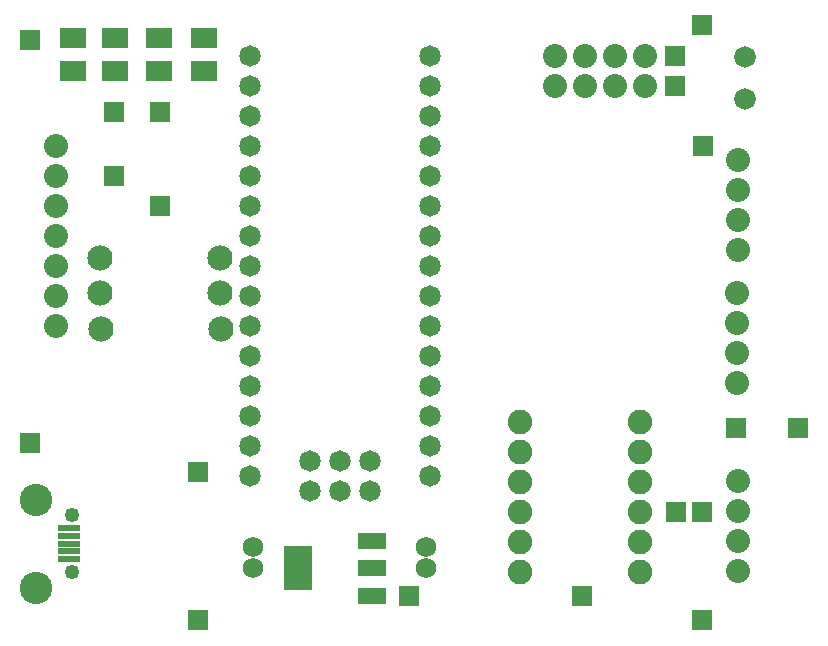
<source format=gbr>
G75*
G70*
%OFA0B0*%
%FSLAX24Y24*%
%IPPOS*%
%LPD*%
%AMOC8*
5,1,8,0,0,1.08239X$1,22.5*
%
%ADD10C,0.0820*%
%ADD11C,0.0680*%
%ADD12C,0.0800*%
%ADD13R,0.0960X0.0560*%
%ADD14R,0.0946X0.1497*%
%ADD15C,0.0715*%
%ADD16R,0.0769X0.0237*%
%ADD17C,0.1080*%
%ADD18C,0.0493*%
%ADD19C,0.0720*%
%ADD20C,0.0840*%
%ADD21R,0.0867X0.0710*%
%ADD22R,0.0676X0.0676*%
D10*
X017320Y002787D03*
X017320Y003787D03*
X017320Y004787D03*
X017320Y005787D03*
X017320Y006787D03*
X017320Y007787D03*
X021320Y007787D03*
X021320Y006787D03*
X021320Y005787D03*
X021320Y004787D03*
X021320Y003787D03*
X021320Y002787D03*
D11*
X014160Y002917D03*
X014160Y003617D03*
X008400Y003617D03*
X008400Y002917D03*
D12*
X001834Y010972D03*
X001834Y011972D03*
X001834Y012972D03*
X001834Y013972D03*
X001834Y014972D03*
X001834Y015972D03*
X001834Y016972D03*
X018481Y018987D03*
X019481Y018987D03*
X020481Y018987D03*
X021481Y018987D03*
X021481Y019987D03*
X020481Y019987D03*
X019481Y019987D03*
X018481Y019987D03*
X024561Y016523D03*
X024561Y015523D03*
X024561Y014523D03*
X024561Y013523D03*
X024537Y012066D03*
X024537Y011066D03*
X024537Y010066D03*
X024537Y009066D03*
X024580Y005807D03*
X024580Y004807D03*
X024580Y003807D03*
X024580Y002807D03*
D13*
X012360Y002907D03*
X012360Y001997D03*
X012360Y003817D03*
D14*
X009920Y002907D03*
D15*
X010300Y005487D03*
X011300Y005487D03*
X012300Y005487D03*
X012300Y006487D03*
X011300Y006487D03*
X010300Y006487D03*
X008300Y005987D03*
X008300Y006987D03*
X008300Y007987D03*
X008300Y008987D03*
X008300Y009987D03*
X008300Y010987D03*
X008300Y011987D03*
X008300Y012987D03*
X008300Y013987D03*
X008300Y014987D03*
X008300Y015987D03*
X008300Y016987D03*
X008300Y017987D03*
X008300Y018987D03*
X008300Y019987D03*
X014300Y019987D03*
X014300Y018987D03*
X014300Y017987D03*
X014300Y016987D03*
X014300Y015987D03*
X014300Y014987D03*
X014300Y013987D03*
X014300Y012987D03*
X014300Y011987D03*
X014300Y010987D03*
X014300Y009987D03*
X014300Y008987D03*
X014300Y007987D03*
X014300Y006987D03*
X014300Y005987D03*
D16*
X002281Y004239D03*
X002281Y003983D03*
X002281Y003727D03*
X002281Y003471D03*
X002281Y003215D03*
D17*
X001169Y002261D03*
X001169Y005194D03*
D18*
X002362Y004682D03*
X002362Y002772D03*
D19*
X024820Y018547D03*
X024820Y019947D03*
D20*
X007305Y013250D03*
X007320Y012067D03*
X007322Y010884D03*
X003322Y010884D03*
X003320Y012067D03*
X003305Y013250D03*
D21*
X003817Y019491D03*
X003817Y020593D03*
X002411Y020593D03*
X002411Y019491D03*
X005274Y019491D03*
X005274Y020593D03*
X006760Y020593D03*
X006760Y019491D03*
D22*
X005300Y018127D03*
X003780Y018127D03*
X003780Y015967D03*
X005300Y014980D03*
X000980Y020527D03*
X000980Y007087D03*
X006580Y006127D03*
X006580Y001167D03*
X013620Y001967D03*
X019380Y001967D03*
X022500Y004767D03*
X023380Y004767D03*
X024500Y007567D03*
X026580Y007567D03*
X023380Y001167D03*
X023391Y016987D03*
X022481Y018987D03*
X022481Y019987D03*
X023380Y021007D03*
M02*

</source>
